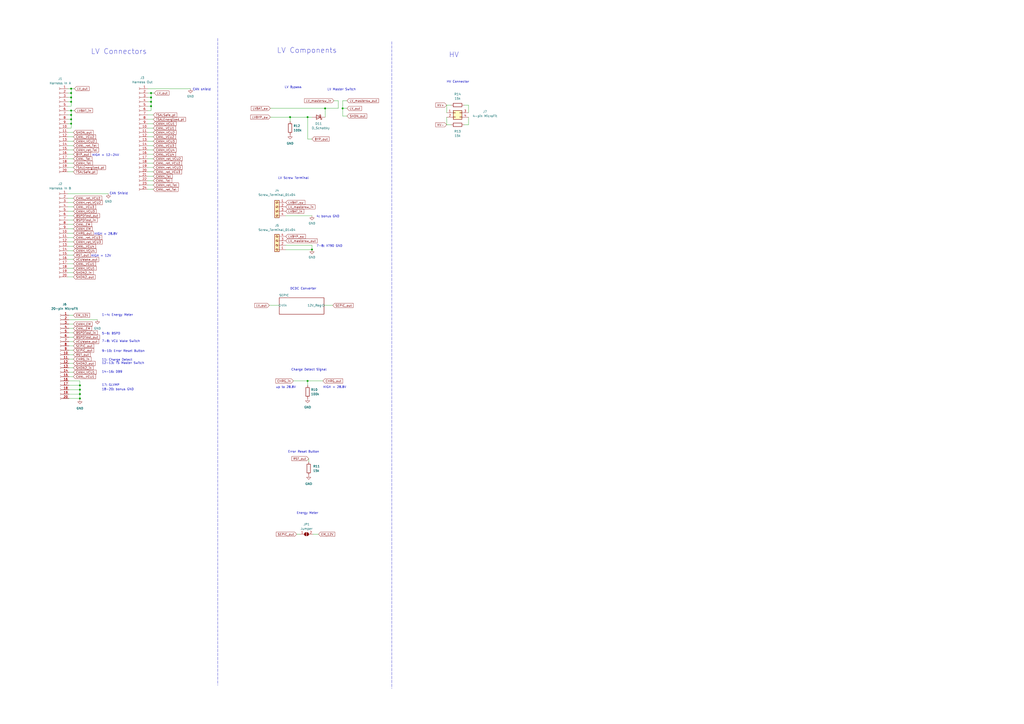
<source format=kicad_sch>
(kicad_sch (version 20211123) (generator eeschema)
  (paper "A2")
  (lib_symbols
    (symbol "Connector:Conn_01x20_Female" (pin_names (offset 1.016) hide)
      (property "Reference" "J" (at 0 25.4 0))
      (property "Value" "Conn_01x20_Female" (at 0 -27.94 0))
      (symbol "Conn_01x20_Female_1_1"
        (arc (start 0 -24.892) (mid -0.508 -25.4) (end 0 -25.908) (stroke (width 0.1524)))
        (arc (start 0 -22.352) (mid -0.508 -22.86) (end 0 -23.368) (stroke (width 0.1524)))
        (arc (start 0 -19.812) (mid -0.508 -20.32) (end 0 -20.828) (stroke (width 0.1524)))
        (arc (start 0 -17.272) (mid -0.508 -17.78) (end 0 -18.288) (stroke (width 0.1524)))
        (arc (start 0 -14.732) (mid -0.508 -15.24) (end 0 -15.748) (stroke (width 0.1524)))
        (arc (start 0 -12.192) (mid -0.508 -12.7) (end 0 -13.208) (stroke (width 0.1524)))
        (arc (start 0 -9.652) (mid -0.508 -10.16) (end 0 -10.668) (stroke (width 0.1524)))
        (arc (start 0 -7.112) (mid -0.508 -7.62) (end 0 -8.128) (stroke (width 0.1524)))
        (arc (start 0 -4.572) (mid -0.508 -5.08) (end 0 -5.588) (stroke (width 0.1524)))
        (arc (start 0 -2.032) (mid -0.508 -2.54) (end 0 -3.048) (stroke (width 0.1524)))
        (polyline (pts (xy -1.27 -25.4) (xy -0.508 -25.4)) (stroke (width 0.1524)))
        (polyline (pts (xy -1.27 -22.86) (xy -0.508 -22.86)) (stroke (width 0.1524)))
        (polyline (pts (xy -1.27 -20.32) (xy -0.508 -20.32)) (stroke (width 0.1524)))
        (polyline (pts (xy -1.27 -17.78) (xy -0.508 -17.78)) (stroke (width 0.1524)))
        (polyline (pts (xy -1.27 -15.24) (xy -0.508 -15.24)) (stroke (width 0.1524)))
        (polyline (pts (xy -1.27 -12.7) (xy -0.508 -12.7)) (stroke (width 0.1524)))
        (polyline (pts (xy -1.27 -10.16) (xy -0.508 -10.16)) (stroke (width 0.1524)))
        (polyline (pts (xy -1.27 -7.62) (xy -0.508 -7.62)) (stroke (width 0.1524)))
        (polyline (pts (xy -1.27 -5.08) (xy -0.508 -5.08)) (stroke (width 0.1524)))
        (polyline (pts (xy -1.27 -2.54) (xy -0.508 -2.54)) (stroke (width 0.1524)))
        (polyline (pts (xy -1.27 0) (xy -0.508 0)) (stroke (width 0.1524)))
        (polyline (pts (xy -1.27 2.54) (xy -0.508 2.54)) (stroke (width 0.1524)))
        (polyline (pts (xy -1.27 5.08) (xy -0.508 5.08)) (stroke (width 0.1524)))
        (polyline (pts (xy -1.27 7.62) (xy -0.508 7.62)) (stroke (width 0.1524)))
        (polyline (pts (xy -1.27 10.16) (xy -0.508 10.16)) (stroke (width 0.1524)))
        (polyline (pts (xy -1.27 12.7) (xy -0.508 12.7)) (stroke (width 0.1524)))
        (polyline (pts (xy -1.27 15.24) (xy -0.508 15.24)) (stroke (width 0.1524)))
        (polyline (pts (xy -1.27 17.78) (xy -0.508 17.78)) (stroke (width 0.1524)))
        (polyline (pts (xy -1.27 20.32) (xy -0.508 20.32)) (stroke (width 0.1524)))
        (polyline (pts (xy -1.27 22.86) (xy -0.508 22.86)) (stroke (width 0.1524)))
        (arc (start 0 0.508) (mid -0.508 0) (end 0 -0.508) (stroke (width 0.1524)))
        (arc (start 0 3.048) (mid -0.508 2.54) (end 0 2.032) (stroke (width 0.1524)))
        (arc (start 0 5.588) (mid -0.508 5.08) (end 0 4.572) (stroke (width 0.1524)))
        (arc (start 0 8.128) (mid -0.508 7.62) (end 0 7.112) (stroke (width 0.1524)))
        (arc (start 0 10.668) (mid -0.508 10.16) (end 0 9.652) (stroke (width 0.1524)))
        (arc (start 0 13.208) (mid -0.508 12.7) (end 0 12.192) (stroke (width 0.1524)))
        (arc (start 0 15.748) (mid -0.508 15.24) (end 0 14.732) (stroke (width 0.1524)))
        (arc (start 0 18.288) (mid -0.508 17.78) (end 0 17.272) (stroke (width 0.1524)))
        (arc (start 0 20.828) (mid -0.508 20.32) (end 0 19.812) (stroke (width 0.1524)))
        (arc (start 0 23.368) (mid -0.508 22.86) (end 0 22.352) (stroke (width 0.1524)))
        (pin passive line (at -5.08 22.86 0) (length 3.81) (name "Pin_1") (number "1"))
        (pin passive line (at -5.08 0 0) (length 3.81) (name "Pin_10") (number "10"))
        (pin passive line (at -5.08 -2.54 0) (length 3.81) (name "Pin_11") (number "11"))
        (pin passive line (at -5.08 -5.08 0) (length 3.81) (name "Pin_12") (number "12"))
        (pin passive line (at -5.08 -7.62 0) (length 3.81) (name "Pin_13") (number "13"))
        (pin passive line (at -5.08 -10.16 0) (length 3.81) (name "Pin_14") (number "14"))
        (pin passive line (at -5.08 -12.7 0) (length 3.81) (name "Pin_15") (number "15"))
        (pin passive line (at -5.08 -15.24 0) (length 3.81) (name "Pin_16") (number "16"))
        (pin passive line (at -5.08 -17.78 0) (length 3.81) (name "Pin_17") (number "17"))
        (pin passive line (at -5.08 -20.32 0) (length 3.81) (name "Pin_18") (number "18"))
        (pin passive line (at -5.08 -22.86 0) (length 3.81) (name "Pin_19") (number "19"))
        (pin passive line (at -5.08 20.32 0) (length 3.81) (name "Pin_2") (number "2"))
        (pin passive line (at -5.08 -25.4 0) (length 3.81) (name "Pin_20") (number "20"))
        (pin passive line (at -5.08 17.78 0) (length 3.81) (name "Pin_3") (number "3"))
        (pin passive line (at -5.08 15.24 0) (length 3.81) (name "Pin_4") (number "4"))
        (pin passive line (at -5.08 12.7 0) (length 3.81) (name "Pin_5") (number "5"))
        (pin passive line (at -5.08 10.16 0) (length 3.81) (name "Pin_6") (number "6"))
        (pin passive line (at -5.08 7.62 0) (length 3.81) (name "Pin_7") (number "7"))
        (pin passive line (at -5.08 5.08 0) (length 3.81) (name "Pin_8") (number "8"))
        (pin passive line (at -5.08 2.54 0) (length 3.81) (name "Pin_9") (number "9"))
      )
    )
    (symbol "Connector:Conn_01x24_Female" (pin_names (offset 1.016) hide)
      (property "Reference" "J" (at 0 30.48 0))
      (property "Value" "Conn_01x24_Female" (at 0 -33.02 0))
      (symbol "Conn_01x24_Female_1_1"
        (arc (start 0 -29.972) (mid -0.508 -30.48) (end 0 -30.988) (stroke (width 0.1524)))
        (arc (start 0 -27.432) (mid -0.508 -27.94) (end 0 -28.448) (stroke (width 0.1524)))
        (arc (start 0 -24.892) (mid -0.508 -25.4) (end 0 -25.908) (stroke (width 0.1524)))
        (arc (start 0 -22.352) (mid -0.508 -22.86) (end 0 -23.368) (stroke (width 0.1524)))
        (arc (start 0 -19.812) (mid -0.508 -20.32) (end 0 -20.828) (stroke (width 0.1524)))
        (arc (start 0 -17.272) (mid -0.508 -17.78) (end 0 -18.288) (stroke (width 0.1524)))
        (arc (start 0 -14.732) (mid -0.508 -15.24) (end 0 -15.748) (stroke (width 0.1524)))
        (arc (start 0 -12.192) (mid -0.508 -12.7) (end 0 -13.208) (stroke (width 0.1524)))
        (arc (start 0 -9.652) (mid -0.508 -10.16) (end 0 -10.668) (stroke (width 0.1524)))
        (arc (start 0 -7.112) (mid -0.508 -7.62) (end 0 -8.128) (stroke (width 0.1524)))
        (arc (start 0 -4.572) (mid -0.508 -5.08) (end 0 -5.588) (stroke (width 0.1524)))
        (arc (start 0 -2.032) (mid -0.508 -2.54) (end 0 -3.048) (stroke (width 0.1524)))
        (polyline (pts (xy -1.27 -30.48) (xy -0.508 -30.48)) (stroke (width 0.1524)))
        (polyline (pts (xy -1.27 -27.94) (xy -0.508 -27.94)) (stroke (width 0.1524)))
        (polyline (pts (xy -1.27 -25.4) (xy -0.508 -25.4)) (stroke (width 0.1524)))
        (polyline (pts (xy -1.27 -22.86) (xy -0.508 -22.86)) (stroke (width 0.1524)))
        (polyline (pts (xy -1.27 -20.32) (xy -0.508 -20.32)) (stroke (width 0.1524)))
        (polyline (pts (xy -1.27 -17.78) (xy -0.508 -17.78)) (stroke (width 0.1524)))
        (polyline (pts (xy -1.27 -15.24) (xy -0.508 -15.24)) (stroke (width 0.1524)))
        (polyline (pts (xy -1.27 -12.7) (xy -0.508 -12.7)) (stroke (width 0.1524)))
        (polyline (pts (xy -1.27 -10.16) (xy -0.508 -10.16)) (stroke (width 0.1524)))
        (polyline (pts (xy -1.27 -7.62) (xy -0.508 -7.62)) (stroke (width 0.1524)))
        (polyline (pts (xy -1.27 -5.08) (xy -0.508 -5.08)) (stroke (width 0.1524)))
        (polyline (pts (xy -1.27 -2.54) (xy -0.508 -2.54)) (stroke (width 0.1524)))
        (polyline (pts (xy -1.27 0) (xy -0.508 0)) (stroke (width 0.1524)))
        (polyline (pts (xy -1.27 2.54) (xy -0.508 2.54)) (stroke (width 0.1524)))
        (polyline (pts (xy -1.27 5.08) (xy -0.508 5.08)) (stroke (width 0.1524)))
        (polyline (pts (xy -1.27 7.62) (xy -0.508 7.62)) (stroke (width 0.1524)))
        (polyline (pts (xy -1.27 10.16) (xy -0.508 10.16)) (stroke (width 0.1524)))
        (polyline (pts (xy -1.27 12.7) (xy -0.508 12.7)) (stroke (width 0.1524)))
        (polyline (pts (xy -1.27 15.24) (xy -0.508 15.24)) (stroke (width 0.1524)))
        (polyline (pts (xy -1.27 17.78) (xy -0.508 17.78)) (stroke (width 0.1524)))
        (polyline (pts (xy -1.27 20.32) (xy -0.508 20.32)) (stroke (width 0.1524)))
        (polyline (pts (xy -1.27 22.86) (xy -0.508 22.86)) (stroke (width 0.1524)))
        (polyline (pts (xy -1.27 25.4) (xy -0.508 25.4)) (stroke (width 0.1524)))
        (polyline (pts (xy -1.27 27.94) (xy -0.508 27.94)) (stroke (width 0.1524)))
        (arc (start 0 0.508) (mid -0.508 0) (end 0 -0.508) (stroke (width 0.1524)))
        (arc (start 0 3.048) (mid -0.508 2.54) (end 0 2.032) (stroke (width 0.1524)))
        (arc (start 0 5.588) (mid -0.508 5.08) (end 0 4.572) (stroke (width 0.1524)))
        (arc (start 0 8.128) (mid -0.508 7.62) (end 0 7.112) (stroke (width 0.1524)))
        (arc (start 0 10.668) (mid -0.508 10.16) (end 0 9.652) (stroke (width 0.1524)))
        (arc (start 0 13.208) (mid -0.508 12.7) (end 0 12.192) (stroke (width 0.1524)))
        (arc (start 0 15.748) (mid -0.508 15.24) (end 0 14.732) (stroke (width 0.1524)))
        (arc (start 0 18.288) (mid -0.508 17.78) (end 0 17.272) (stroke (width 0.1524)))
        (arc (start 0 20.828) (mid -0.508 20.32) (end 0 19.812) (stroke (width 0.1524)))
        (arc (start 0 23.368) (mid -0.508 22.86) (end 0 22.352) (stroke (width 0.1524)))
        (arc (start 0 25.908) (mid -0.508 25.4) (end 0 24.892) (stroke (width 0.1524)))
        (arc (start 0 28.448) (mid -0.508 27.94) (end 0 27.432) (stroke (width 0.1524)))
        (pin passive line (at -5.08 27.94 0) (length 3.81) (name "Pin_1") (number "1"))
        (pin passive line (at -5.08 5.08 0) (length 3.81) (name "Pin_10") (number "10"))
        (pin passive line (at -5.08 2.54 0) (length 3.81) (name "Pin_11") (number "11"))
        (pin passive line (at -5.08 0 0) (length 3.81) (name "Pin_12") (number "12"))
        (pin passive line (at -5.08 -2.54 0) (length 3.81) (name "Pin_13") (number "13"))
        (pin passive line (at -5.08 -5.08 0) (length 3.81) (name "Pin_14") (number "14"))
        (pin passive line (at -5.08 -7.62 0) (length 3.81) (name "Pin_15") (number "15"))
        (pin passive line (at -5.08 -10.16 0) (length 3.81) (name "Pin_16") (number "16"))
        (pin passive line (at -5.08 -12.7 0) (length 3.81) (name "Pin_17") (number "17"))
        (pin passive line (at -5.08 -15.24 0) (length 3.81) (name "Pin_18") (number "18"))
        (pin passive line (at -5.08 -17.78 0) (length 3.81) (name "Pin_19") (number "19"))
        (pin passive line (at -5.08 25.4 0) (length 3.81) (name "Pin_2") (number "2"))
        (pin passive line (at -5.08 -20.32 0) (length 3.81) (name "Pin_20") (number "20"))
        (pin passive line (at -5.08 -22.86 0) (length 3.81) (name "Pin_21") (number "21"))
        (pin passive line (at -5.08 -25.4 0) (length 3.81) (name "Pin_22") (number "22"))
        (pin passive line (at -5.08 -27.94 0) (length 3.81) (name "Pin_23") (number "23"))
        (pin passive line (at -5.08 -30.48 0) (length 3.81) (name "Pin_24") (number "24"))
        (pin passive line (at -5.08 22.86 0) (length 3.81) (name "Pin_3") (number "3"))
        (pin passive line (at -5.08 20.32 0) (length 3.81) (name "Pin_4") (number "4"))
        (pin passive line (at -5.08 17.78 0) (length 3.81) (name "Pin_5") (number "5"))
        (pin passive line (at -5.08 15.24 0) (length 3.81) (name "Pin_6") (number "6"))
        (pin passive line (at -5.08 12.7 0) (length 3.81) (name "Pin_7") (number "7"))
        (pin passive line (at -5.08 10.16 0) (length 3.81) (name "Pin_8") (number "8"))
        (pin passive line (at -5.08 7.62 0) (length 3.81) (name "Pin_9") (number "9"))
      )
    )
    (symbol "Connector:Screw_Terminal_01x04" (pin_names (offset 1.016) hide)
      (property "Reference" "J" (at 0 5.08 0))
      (property "Value" "Screw_Terminal_01x04" (at 0 -7.62 0))
      (symbol "Screw_Terminal_01x04_1_1"
        (rectangle (start -1.27 3.81) (end 1.27 -6.35) (stroke (width 0.254)) (fill (type background)))
        (circle (center 0 -5.08) (radius 0.635) (stroke (width 0.1524)))
        (circle (center 0 -2.54) (radius 0.635) (stroke (width 0.1524)))
        (polyline (pts (xy -0.5334 -4.7498) (xy 0.3302 -5.588)) (stroke (width 0.1524)))
        (polyline (pts (xy -0.5334 -2.2098) (xy 0.3302 -3.048)) (stroke (width 0.1524)))
        (polyline (pts (xy -0.5334 0.3302) (xy 0.3302 -0.508)) (stroke (width 0.1524)))
        (polyline (pts (xy -0.5334 2.8702) (xy 0.3302 2.032)) (stroke (width 0.1524)))
        (polyline (pts (xy -0.3556 -4.572) (xy 0.508 -5.4102)) (stroke (width 0.1524)))
        (polyline (pts (xy -0.3556 -2.032) (xy 0.508 -2.8702)) (stroke (width 0.1524)))
        (polyline (pts (xy -0.3556 0.508) (xy 0.508 -0.3302)) (stroke (width 0.1524)))
        (polyline (pts (xy -0.3556 3.048) (xy 0.508 2.2098)) (stroke (width 0.1524)))
        (circle (center 0 0) (radius 0.635) (stroke (width 0.1524)))
        (circle (center 0 2.54) (radius 0.635) (stroke (width 0.1524)))
        (pin passive line (at -5.08 2.54 0) (length 3.81) (name "Pin_1") (number "1"))
        (pin passive line (at -5.08 0 0) (length 3.81) (name "Pin_2") (number "2"))
        (pin passive line (at -5.08 -2.54 0) (length 3.81) (name "Pin_3") (number "3"))
        (pin passive line (at -5.08 -5.08 0) (length 3.81) (name "Pin_4") (number "4"))
      )
    )
    (symbol "Connector_Generic:Conn_02x02_Top_Bottom" (pin_names (offset 1.016) hide)
      (property "Reference" "J" (at 1.27 2.54 0))
      (property "Value" "Conn_02x02_Top_Bottom" (at 1.27 -5.08 0))
      (symbol "Conn_02x02_Top_Bottom_1_1"
        (rectangle (start -1.27 -2.413) (end 0 -2.667) (stroke (width 0.1524)))
        (rectangle (start -1.27 0.127) (end 0 -0.127) (stroke (width 0.1524)))
        (rectangle (start -1.27 1.27) (end 3.81 -3.81) (stroke (width 0.254)) (fill (type background)))
        (rectangle (start 3.81 -2.413) (end 2.54 -2.667) (stroke (width 0.1524)))
        (rectangle (start 3.81 0.127) (end 2.54 -0.127) (stroke (width 0.1524)))
        (pin passive line (at -5.08 0 0) (length 3.81) (name "Pin_1") (number "1"))
        (pin passive line (at -5.08 -2.54 0) (length 3.81) (name "Pin_2") (number "2"))
        (pin passive line (at 7.62 0 180) (length 3.81) (name "Pin_3") (number "3"))
        (pin passive line (at 7.62 -2.54 180) (length 3.81) (name "Pin_4") (number "4"))
      )
    )
    (symbol "Device:D_Schottky" (pin_numbers hide) (pin_names (offset 1.016) hide)
      (property "Reference" "D" (at 0 2.54 0))
      (property "Value" "D_Schottky" (at 0 -2.54 0))
      (symbol "D_Schottky_0_1"
        (polyline (pts (xy 1.27 0) (xy -1.27 0)))
        (polyline (pts (xy 1.27 1.27) (xy 1.27 -1.27) (xy -1.27 0) (xy 1.27 1.27)) (stroke (width 0.254)))
        (polyline (pts (xy -1.905 0.635) (xy -1.905 1.27) (xy -1.27 1.27) (xy -1.27 -1.27) (xy -0.635 -1.27) (xy -0.635 -0.635)) (stroke (width 0.254)))
      )
      (symbol "D_Schottky_1_1"
        (pin passive line (at -3.81 0 0) (length 2.54) (name "K") (number "1"))
        (pin passive line (at 3.81 0 180) (length 2.54) (name "A") (number "2"))
      )
    )
    (symbol "Device:R" (pin_numbers hide) (pin_names (offset 0))
      (property "Reference" "R" (at 2.032 0 90))
      (property "Value" "R" (at 0 0 90))
      (symbol "R_0_1"
        (rectangle (start -1.016 -2.54) (end 1.016 2.54) (stroke (width 0.254)))
      )
      (symbol "R_1_1"
        (pin passive line (at 0 3.81 270) (length 1.27) (name "~") (number "1"))
        (pin passive line (at 0 -3.81 90) (length 1.27) (name "~") (number "2"))
      )
    )
    (symbol "Jumper:SolderJumper_2_Open" (pin_names (offset 0) hide)
      (property "Reference" "JP" (at 0 2.032 0))
      (property "Value" "SolderJumper_2_Open" (at 0 -2.54 0))
      (symbol "SolderJumper_2_Open_0_1"
        (arc (start -0.254 1.016) (mid -1.27 0) (end -0.254 -1.016))
        (arc (start -0.254 1.016) (mid -1.27 0) (end -0.254 -1.016) (fill (type outline)))
        (polyline (pts (xy -0.254 1.016) (xy -0.254 -1.016)))
        (polyline (pts (xy 0.254 1.016) (xy 0.254 -1.016)))
        (arc (start 0.254 -1.016) (mid 1.27 0) (end 0.254 1.016))
        (arc (start 0.254 -1.016) (mid 1.27 0) (end 0.254 1.016) (fill (type outline)))
      )
      (symbol "SolderJumper_2_Open_1_1"
        (pin passive line (at -3.81 0 0) (length 2.54) (name "A") (number "1"))
        (pin passive line (at 3.81 0 180) (length 2.54) (name "B") (number "2"))
      )
    )
    (symbol "power:GND" (power) (pin_names (offset 0))
      (property "Value" "GND" (at 0 -3.81 0))
      (symbol "GND_0_1"
        (polyline (pts (xy 0 0) (xy 0 -1.27) (xy 1.27 -1.27) (xy 0 -2.54) (xy -1.27 -1.27) (xy 0 -1.27)))
      )
      (symbol "GND_1_1"
        (pin power_in line (at 0 0 270) (length 0) hide (name "GND") (number "1"))
      )
    )
  )
  (junction (at 188.595 62.865))
  (junction (at 41.275 66.675))
  (junction (at 46.355 231.14))
  (junction (at 87.63 56.515))
  (junction (at 41.275 51.435))
  (junction (at 168.275 67.945))
  (junction (at 198.755 62.865))
  (junction (at 180.975 144.78))
  (junction (at 46.355 226.06))
  (junction (at 178.435 67.945))
  (junction (at 178.435 220.98))
  (junction (at 46.355 223.52))
  (junction (at 41.275 71.755))
  (junction (at 41.275 59.055))
  (junction (at 87.63 53.975))
  (junction (at 41.275 56.515))
  (junction (at 87.63 59.055))
  (junction (at 41.275 69.215))
  (junction (at 46.355 228.6))
  (junction (at 87.63 61.595))
  (junction (at 41.275 53.975))
  (junction (at 41.275 64.135))
  (wire (pts (xy 42.545 210.82) (xy 40.005 210.82)))
  (polyline (pts (xy 227.33 24.13) (xy 227.33 399.415)))
  (wire (pts (xy 110.49 51.435) (xy 85.725 51.435)))
  (wire (pts (xy 88.9 102.235) (xy 85.725 102.235)))
  (wire (pts (xy 88.9 94.615) (xy 85.725 94.615)))
  (wire (pts (xy 168.275 70.485) (xy 168.275 67.945)))
  (wire (pts (xy 42.545 120.015) (xy 39.37 120.015)))
  (wire (pts (xy 188.595 62.865) (xy 188.595 67.945)))
  (wire (pts (xy 39.37 64.135) (xy 41.275 64.135)))
  (wire (pts (xy 42.545 79.375) (xy 39.37 79.375)))
  (wire (pts (xy 88.9 86.995) (xy 85.725 86.995)))
  (wire (pts (xy 180.975 125.095) (xy 165.735 125.095)))
  (wire (pts (xy 88.9 81.915) (xy 85.725 81.915)))
  (wire (pts (xy 88.9 92.075) (xy 85.725 92.075)))
  (wire (pts (xy 187.96 177.165) (xy 193.04 177.165)))
  (wire (pts (xy 42.545 117.475) (xy 39.37 117.475)))
  (wire (pts (xy 156.845 62.865) (xy 188.595 62.865)))
  (wire (pts (xy 42.545 200.66) (xy 40.005 200.66)))
  (wire (pts (xy 87.63 64.135) (xy 85.725 64.135)))
  (wire (pts (xy 39.37 59.055) (xy 41.275 59.055)))
  (wire (pts (xy 269.24 72.39) (xy 271.78 72.39)))
  (wire (pts (xy 42.545 130.175) (xy 39.37 130.175)))
  (wire (pts (xy 39.37 51.435) (xy 41.275 51.435)))
  (wire (pts (xy 41.275 61.595) (xy 39.37 61.595)))
  (wire (pts (xy 42.545 218.44) (xy 40.005 218.44)))
  (wire (pts (xy 42.545 205.74) (xy 40.005 205.74)))
  (wire (pts (xy 41.275 74.295) (xy 39.37 74.295)))
  (wire (pts (xy 42.545 215.9) (xy 40.005 215.9)))
  (wire (pts (xy 88.9 71.755) (xy 85.725 71.755)))
  (wire (pts (xy 88.9 76.835) (xy 85.725 76.835)))
  (wire (pts (xy 261.62 60.96) (xy 259.08 60.96)))
  (wire (pts (xy 39.37 66.675) (xy 41.275 66.675)))
  (wire (pts (xy 269.24 60.96) (xy 271.78 60.96)))
  (wire (pts (xy 42.545 81.915) (xy 39.37 81.915)))
  (wire (pts (xy 188.595 62.865) (xy 196.215 62.865)))
  (wire (pts (xy 179.07 267.97) (xy 179.07 266.065)))
  (wire (pts (xy 87.63 61.595) (xy 87.63 64.135)))
  (wire (pts (xy 42.545 195.58) (xy 40.005 195.58)))
  (wire (pts (xy 42.545 122.555) (xy 39.37 122.555)))
  (wire (pts (xy 88.9 74.295) (xy 85.725 74.295)))
  (wire (pts (xy 41.275 59.055) (xy 41.275 61.595)))
  (wire (pts (xy 39.37 125.095) (xy 42.545 125.095)))
  (wire (pts (xy 88.9 79.375) (xy 85.725 79.375)))
  (wire (pts (xy 87.63 53.975) (xy 87.63 56.515)))
  (wire (pts (xy 42.545 84.455) (xy 39.37 84.455)))
  (wire (pts (xy 39.37 158.115) (xy 42.545 158.115)))
  (wire (pts (xy 178.435 220.98) (xy 187.325 220.98)))
  (wire (pts (xy 42.545 147.955) (xy 39.37 147.955)))
  (wire (pts (xy 39.37 76.835) (xy 42.545 76.835)))
  (wire (pts (xy 198.755 58.42) (xy 198.755 62.865)))
  (wire (pts (xy 46.355 223.52) (xy 40.005 223.52)))
  (wire (pts (xy 42.545 86.995) (xy 39.37 86.995)))
  (wire (pts (xy 178.435 67.945) (xy 178.435 80.645)))
  (wire (pts (xy 39.37 112.395) (xy 62.865 112.395)))
  (wire (pts (xy 168.275 67.945) (xy 156.845 67.945)))
  (wire (pts (xy 88.9 69.215) (xy 85.725 69.215)))
  (wire (pts (xy 168.275 67.945) (xy 178.435 67.945)))
  (wire (pts (xy 85.725 53.975) (xy 87.63 53.975)))
  (wire (pts (xy 88.9 84.455) (xy 85.725 84.455)))
  (wire (pts (xy 41.275 64.135) (xy 41.275 66.675)))
  (wire (pts (xy 198.755 67.31) (xy 198.755 62.865)))
  (wire (pts (xy 42.545 114.935) (xy 39.37 114.935)))
  (wire (pts (xy 42.545 99.695) (xy 39.37 99.695)))
  (wire (pts (xy 88.9 109.855) (xy 85.725 109.855)))
  (wire (pts (xy 42.545 137.795) (xy 39.37 137.795)))
  (polyline (pts (xy 126.365 22.225) (xy 126.365 397.51)))
  (wire (pts (xy 41.275 66.675) (xy 41.275 69.215)))
  (wire (pts (xy 85.725 56.515) (xy 87.63 56.515)))
  (wire (pts (xy 180.975 142.24) (xy 180.975 144.78)))
  (wire (pts (xy 42.545 97.155) (xy 39.37 97.155)))
  (wire (pts (xy 259.08 72.39) (xy 261.62 72.39)))
  (wire (pts (xy 46.355 226.06) (xy 46.355 228.6)))
  (wire (pts (xy 88.9 66.675) (xy 85.725 66.675)))
  (wire (pts (xy 85.725 61.595) (xy 87.63 61.595)))
  (wire (pts (xy 46.355 228.6) (xy 46.355 231.14)))
  (wire (pts (xy 87.63 59.055) (xy 87.63 61.595)))
  (wire (pts (xy 39.37 89.535) (xy 42.545 89.535)))
  (wire (pts (xy 41.275 56.515) (xy 41.275 59.055)))
  (wire (pts (xy 170.18 220.98) (xy 178.435 220.98)))
  (wire (pts (xy 165.735 144.78) (xy 180.975 144.78)))
  (wire (pts (xy 46.355 220.98) (xy 40.005 220.98)))
  (wire (pts (xy 41.275 71.755) (xy 41.275 74.295)))
  (wire (pts (xy 85.725 59.055) (xy 87.63 59.055)))
  (wire (pts (xy 39.37 135.255) (xy 42.545 135.255)))
  (wire (pts (xy 46.355 231.14) (xy 46.355 231.775)))
  (wire (pts (xy 39.37 127.635) (xy 42.545 127.635)))
  (wire (pts (xy 42.545 142.875) (xy 39.37 142.875)))
  (wire (pts (xy 259.08 67.945) (xy 259.08 72.39)))
  (wire (pts (xy 42.545 132.715) (xy 39.37 132.715)))
  (wire (pts (xy 42.545 160.655) (xy 39.37 160.655)))
  (wire (pts (xy 196.215 58.42) (xy 196.215 62.865)))
  (wire (pts (xy 201.295 67.31) (xy 198.755 67.31)))
  (wire (pts (xy 259.08 60.96) (xy 259.08 65.405)))
  (wire (pts (xy 172.085 309.88) (xy 173.99 309.88)))
  (wire (pts (xy 41.275 69.215) (xy 41.275 71.755)))
  (wire (pts (xy 41.275 53.975) (xy 41.275 56.515)))
  (wire (pts (xy 88.9 107.315) (xy 85.725 107.315)))
  (wire (pts (xy 42.545 193.04) (xy 40.005 193.04)))
  (wire (pts (xy 178.435 223.52) (xy 178.435 220.98)))
  (wire (pts (xy 39.37 53.975) (xy 41.275 53.975)))
  (wire (pts (xy 181.61 309.88) (xy 184.785 309.88)))
  (wire (pts (xy 43.18 64.135) (xy 41.275 64.135)))
  (wire (pts (xy 40.005 185.42) (xy 56.515 185.42)))
  (wire (pts (xy 40.005 231.14) (xy 46.355 231.14)))
  (wire (pts (xy 42.545 198.12) (xy 40.005 198.12)))
  (wire (pts (xy 42.545 155.575) (xy 39.37 155.575)))
  (wire (pts (xy 42.545 208.28) (xy 40.005 208.28)))
  (wire (pts (xy 42.545 203.2) (xy 40.005 203.2)))
  (wire (pts (xy 42.545 190.5) (xy 40.005 190.5)))
  (wire (pts (xy 42.545 150.495) (xy 39.37 150.495)))
  (wire (pts (xy 40.005 187.96) (xy 42.545 187.96)))
  (wire (pts (xy 42.545 94.615) (xy 39.37 94.615)))
  (wire (pts (xy 39.37 71.755) (xy 41.275 71.755)))
  (wire (pts (xy 41.275 51.435) (xy 43.18 51.435)))
  (wire (pts (xy 178.435 80.645) (xy 180.975 80.645)))
  (wire (pts (xy 87.63 56.515) (xy 87.63 59.055)))
  (wire (pts (xy 42.545 182.88) (xy 40.005 182.88)))
  (wire (pts (xy 42.545 92.075) (xy 39.37 92.075)))
  (wire (pts (xy 165.735 142.24) (xy 180.975 142.24)))
  (wire (pts (xy 42.545 213.36) (xy 40.005 213.36)))
  (wire (pts (xy 180.975 67.945) (xy 178.435 67.945)))
  (wire (pts (xy 88.9 99.695) (xy 85.725 99.695)))
  (wire (pts (xy 42.545 145.415) (xy 39.37 145.415)))
  (wire (pts (xy 39.37 69.215) (xy 41.275 69.215)))
  (wire (pts (xy 88.9 97.155) (xy 85.725 97.155)))
  (wire (pts (xy 88.9 89.535) (xy 85.725 89.535)))
  (wire (pts (xy 42.545 140.335) (xy 39.37 140.335)))
  (wire (pts (xy 271.78 60.96) (xy 271.78 65.405)))
  (wire (pts (xy 46.355 223.52) (xy 46.355 226.06)))
  (wire (pts (xy 201.295 58.42) (xy 198.755 58.42)))
  (wire (pts (xy 87.63 53.975) (xy 89.535 53.975)))
  (wire (pts (xy 39.37 56.515) (xy 41.275 56.515)))
  (wire (pts (xy 46.355 220.98) (xy 46.355 223.52)))
  (wire (pts (xy 40.005 228.6) (xy 46.355 228.6)))
  (wire (pts (xy 271.78 67.945) (xy 271.78 72.39)))
  (wire (pts (xy 156.21 177.165) (xy 161.925 177.165)))
  (wire (pts (xy 42.545 153.035) (xy 39.37 153.035)))
  (wire (pts (xy 198.755 62.865) (xy 201.295 62.865)))
  (wire (pts (xy 196.215 58.42) (xy 193.675 58.42)))
  (wire (pts (xy 41.275 51.435) (xy 41.275 53.975)))
  (wire (pts (xy 88.9 104.775) (xy 85.725 104.775)))
  (wire (pts (xy 46.355 226.06) (xy 40.005 226.06)))
  (text "DCDC Converter" (at 168.275 168.275 0) (effects (font (size 1.27 1.27)) (justify left bottom)))
  (text "1-4: Energy Meter" (at 59.055 183.515 0) (effects (font (size 1.27 1.27)) (justify left bottom)))
  (text "HIGH = 12V" (at 52.705 149.225 0) (effects (font (size 1.27 1.27)) (justify left bottom)))
  (text "7-8: VCU Wake Switch" (at 59.055 198.755 0) (effects (font (size 1.27 1.27)) (justify left bottom)))
  (text "LV Bypass" (at 165.1 51.435 0) (effects (font (size 1.27 1.27)) (justify left bottom)))
  (text "4: bonus GND" (at 183.515 126.365 0) (effects (font (size 1.27 1.27)) (justify left bottom)))
  (text "18-20: bonus GND" (at 59.055 226.695 0) (effects (font (size 1.27 1.27)) (justify left bottom)))
  (text "17: GLVMP" (at 59.055 224.155 0) (effects (font (size 1.27 1.27)) (justify left bottom)))
  (text "HIGH = 28.8V" (at 187.325 225.425 0) (effects (font (size 1.27 1.27)) (justify left bottom)))
  (text "HV Connector" (at 259.08 48.26 0) (effects (font (size 1.27 1.27)) (justify left bottom)))
  (text "CAN shield" (at 111.76 52.705 0) (effects (font (size 1.27 1.27)) (justify left bottom)))
  (text "HIGH = 28.8V" (at 54.61 136.525 0) (effects (font (size 1.27 1.27)) (justify left bottom)))
  (text "14-16: DB9" (at 59.055 216.535 0) (effects (font (size 1.27 1.27)) (justify left bottom)))
  (text "up to 28.8V" (at 160.02 225.425 0) (effects (font (size 1.27 1.27)) (justify left bottom)))
  (text "7-8: XT90 GND" (at 183.515 143.51 0) (effects (font (size 1.27 1.27)) (justify left bottom)))
  (text "LV Connectors" (at 52.705 31.75 0) (effects (font (size 3 3)) (justify left bottom)))
  (text "5-6: BSPD" (at 59.055 194.31 0) (effects (font (size 1.27 1.27)) (justify left bottom)))
  (text "LV Components" (at 160.655 31.115 0) (effects (font (size 3 3)) (justify left bottom)))
  (text "Error Reset Button" (at 167.005 262.89 0) (effects (font (size 1.27 1.27)) (justify left bottom)))
  (text "HIGH = 12-24V" (at 53.34 90.805 0) (effects (font (size 1.27 1.27)) (justify left bottom)))
  (text "HV" (at 260.35 33.655 0) (effects (font (size 3 3)) (justify left bottom)))
  (text "CAN Shield" (at 63.5 113.03 0) (effects (font (size 1.27 1.27)) (justify left bottom)))
  (text "9-10: Error Reset Button" (at 59.055 204.47 0) (effects (font (size 1.27 1.27)) (justify left bottom)))
  (text "LV Screw Terminal" (at 161.29 104.14 0) (effects (font (size 1.27 1.27)) (justify left bottom)))
  (text "Charge Detect Signal" (at 168.91 215.265 0) (effects (font (size 1.27 1.27)) (justify left bottom)))
  (text "Energy Meter\n" (at 172.085 298.45 0) (effects (font (size 1.27 1.27)) (justify left bottom)))
  (text "12-13: TS Master Switch" (at 59.055 211.455 0) (effects (font (size 1.27 1.27)) (justify left bottom)))
  (text "LV Master Switch" (at 189.865 52.705 0) (effects (font (size 1.27 1.27)) (justify left bottom)))
  (text "11: Charge Detect" (at 59.055 209.55 0) (effects (font (size 1.27 1.27)) (justify left bottom)))
  (global_label "CANH_ret_Tel" (shape input) (at 42.545 86.995 0) (property "Intersheet References" "${INTERSHEET_REFS}" (effects hide)))
  (global_label "CANL_VCU1" (shape input) (at 88.9 74.295 0) (property "Intersheet References" "${INTERSHEET_REFS}" (effects hide)))
  (global_label "CANL_ret_VCU3" (shape input) (at 88.9 99.695 0) (property "Intersheet References" "${INTERSHEET_REFS}" (effects hide)))
  (global_label "VCUWake_out" (shape input) (at 42.545 150.495 0) (property "Intersheet References" "${INTERSHEET_REFS}" (effects hide)))
  (global_label "CANL_EM" (shape input) (at 42.545 190.5 0) (property "Intersheet References" "${INTERSHEET_REFS}" (effects hide)))
  (global_label "CANL_VCU2" (shape input) (at 88.9 79.375 0) (property "Intersheet References" "${INTERSHEET_REFS}" (effects hide)))
  (global_label "CANL_ret_VCU3" (shape input) (at 42.545 137.795 0) (property "Intersheet References" "${INTERSHEET_REFS}" (effects hide)))
  (global_label "CANH_ret_VCU3" (shape input) (at 42.545 140.335 0) (property "Intersheet References" "${INTERSHEET_REFS}" (effects hide)))
  (global_label "HV-" (shape input) (at 259.08 72.39 180) (property "Intersheet References" "${INTERSHEET_REFS}" (effects hide)))
  (global_label "TSALSafe_pt" (shape input) (at 42.545 99.695 0) (property "Intersheet References" "${INTERSHEET_REFS}" (effects hide)))
  (global_label "CANL_VCU2" (shape input) (at 42.545 79.375 0) (property "Intersheet References" "${INTERSHEET_REFS}" (effects hide)))
  (global_label "CANL_VCU3" (shape input) (at 88.9 84.455 0) (property "Intersheet References" "${INTERSHEET_REFS}" (effects hide)))
  (global_label "CANH_ret_VCU3" (shape input) (at 88.9 97.155 0) (property "Intersheet References" "${INTERSHEET_REFS}" (effects hide)))
  (global_label "CANH_VCU3" (shape input) (at 88.9 81.915 0) (property "Intersheet References" "${INTERSHEET_REFS}" (effects hide)))
  (global_label "CHRG_in" (shape input) (at 42.545 208.28 0) (property "Intersheet References" "${INTERSHEET_REFS}" (effects hide)))
  (global_label "LV_out" (shape input) (at 156.21 177.165 180) (property "Intersheet References" "${INTERSHEET_REFS}" (effects hide)))
  (global_label "SHDN_out" (shape input) (at 42.545 76.835 0) (property "Intersheet References" "${INTERSHEET_REFS}" (effects hide)))
  (global_label "CANH_Tel" (shape input) (at 88.9 102.235 0) (property "Intersheet References" "${INTERSHEET_REFS}" (effects hide)))
  (global_label "CANL_Tel" (shape input) (at 42.545 92.075 0) (property "Intersheet References" "${INTERSHEET_REFS}" (effects hide)))
  (global_label "SHDN2_in" (shape input) (at 42.545 213.36 0) (property "Intersheet References" "${INTERSHEET_REFS}" (effects hide)))
  (global_label "TSALEnergized_pt" (shape input) (at 42.545 97.155 0) (property "Intersheet References" "${INTERSHEET_REFS}" (effects hide)))
  (global_label "LVBYP_sw" (shape input) (at 156.845 67.945 180) (property "Intersheet References" "${INTERSHEET_REFS}" (effects hide)))
  (global_label "LVBAT_sw" (shape input) (at 156.845 62.865 180) (property "Intersheet References" "${INTERSHEET_REFS}" (effects hide)))
  (global_label "CANL_Tel" (shape input) (at 88.9 104.775 0) (property "Intersheet References" "${INTERSHEET_REFS}" (effects hide)))
  (global_label "CANL_ret_Tel" (shape input) (at 42.545 84.455 0) (property "Intersheet References" "${INTERSHEET_REFS}" (effects hide)))
  (global_label "LVBYP_sw" (shape input) (at 165.735 137.16 0) (property "Intersheet References" "${INTERSHEET_REFS}" (effects hide)))
  (global_label "HV+" (shape input) (at 259.08 60.96 180) (property "Intersheet References" "${INTERSHEET_REFS}" (effects hide)))
  (global_label "LVBAT_in" (shape input) (at 43.18 64.135 0) (property "Intersheet References" "${INTERSHEET_REFS}" (effects hide)))
  (global_label "CANH_Tel" (shape input) (at 42.545 94.615 0) (property "Intersheet References" "${INTERSHEET_REFS}" (effects hide)))
  (global_label "BSPDTest_out" (shape input) (at 42.545 125.095 0) (property "Intersheet References" "${INTERSHEET_REFS}" (effects hide)))
  (global_label "CANL_ret_VCU2" (shape input) (at 88.9 94.615 0) (property "Intersheet References" "${INTERSHEET_REFS}" (effects hide)))
  (global_label "LV_out" (shape input) (at 89.535 53.975 0) (property "Intersheet References" "${INTERSHEET_REFS}" (effects hide)))
  (global_label "CANL_VCU3" (shape input) (at 42.545 120.015 0) (property "Intersheet References" "${INTERSHEET_REFS}" (effects hide)))
  (global_label "CANH_VCU1" (shape input) (at 42.545 215.9 0) (property "Intersheet References" "${INTERSHEET_REFS}" (effects hide)))
  (global_label "BSPDTest_in" (shape input) (at 42.545 127.635 0) (property "Intersheet References" "${INTERSHEET_REFS}" (effects hide)))
  (global_label "CANL_ret_Tel" (shape input) (at 88.9 109.855 0) (property "Intersheet References" "${INTERSHEET_REFS}" (effects hide)))
  (global_label "CANH_EM" (shape input) (at 42.545 187.96 0) (property "Intersheet References" "${INTERSHEET_REFS}" (effects hide)))
  (global_label "CANH_VCU1" (shape input) (at 88.9 71.755 0) (property "Intersheet References" "${INTERSHEET_REFS}" (effects hide)))
  (global_label "CANL_VCU1" (shape input) (at 42.545 153.035 0) (property "Intersheet References" "${INTERSHEET_REFS}" (effects hide)))
  (global_label "CANH_VCU3" (shape input) (at 42.545 122.555 0) (property "Intersheet References" "${INTERSHEET_REFS}" (effects hide)))
  (global_label "LVBAT_sw" (shape input) (at 165.735 117.475 0) (property "Intersheet References" "${INTERSHEET_REFS}" (effects hide)))
  (global_label "CANH_EM" (shape input) (at 42.545 132.715 0) (property "Intersheet References" "${INTERSHEET_REFS}" (effects hide)))
  (global_label "CANL_VCU4" (shape input) (at 88.9 89.535 0) (property "Intersheet References" "${INTERSHEET_REFS}" (effects hide)))
  (global_label "SEPIC_out" (shape input) (at 172.085 309.88 180) (property "Intersheet References" "${INTERSHEET_REFS}" (effects hide)))
  (global_label "CANH_ret_Tel" (shape input) (at 88.9 107.315 0) (property "Intersheet References" "${INTERSHEET_REFS}" (effects hide)))
  (global_label "CHRG_out" (shape input) (at 42.545 135.255 0) (property "Intersheet References" "${INTERSHEET_REFS}" (effects hide)))
  (global_label "CANH_VCU1" (shape input) (at 42.545 155.575 0) (property "Intersheet References" "${INTERSHEET_REFS}" (effects hide)))
  (global_label "CANH_ret_VCU2" (shape input) (at 88.9 92.075 0) (property "Intersheet References" "${INTERSHEET_REFS}" (effects hide)))
  (global_label "SHDN2_in" (shape input) (at 42.545 158.115 0) (property "Intersheet References" "${INTERSHEET_REFS}" (effects hide)))
  (global_label "RST_out" (shape input) (at 42.545 205.74 0) (property "Intersheet References" "${INTERSHEET_REFS}" (effects hide)))
  (global_label "CANH_VCU4" (shape input) (at 42.545 145.415 0) (property "Intersheet References" "${INTERSHEET_REFS}" (effects hide)))
  (global_label "LV_mastersw_in" (shape input) (at 193.675 58.42 180) (property "Intersheet References" "${INTERSHEET_REFS}" (effects hide)))
  (global_label "BYP_out" (shape input) (at 42.545 89.535 0) (property "Intersheet References" "${INTERSHEET_REFS}" (effects hide)))
  (global_label "BYP_out" (shape input) (at 180.975 80.645 0) (property "Intersheet References" "${INTERSHEET_REFS}" (effects hide)))
  (global_label "SHDN2_out" (shape input) (at 42.545 210.82 0) (property "Intersheet References" "${INTERSHEET_REFS}" (effects hide)))
  (global_label "SEPIC_out" (shape input) (at 42.545 200.66 0) (property "Intersheet References" "${INTERSHEET_REFS}" (effects hide)))
  (global_label "CHRG_in" (shape input) (at 170.18 220.98 180) (property "Intersheet References" "${INTERSHEET_REFS}" (effects hide)))
  (global_label "SHDN_out" (shape input) (at 201.295 67.31 0) (property "Intersheet References" "${INTERSHEET_REFS}" (effects hide)))
  (global_label "RST_out" (shape input) (at 179.07 266.065 180) (property "Intersheet References" "${INTERSHEET_REFS}" (effects hide)))
  (global_label "LVBAT_in" (shape input) (at 165.735 122.555 0) (property "Intersheet References" "${INTERSHEET_REFS}" (effects hide)))
  (global_label "TSALSafe_pt" (shape input) (at 88.9 66.675 0) (property "Intersheet References" "${INTERSHEET_REFS}" (effects hide)))
  (global_label "EM_12V" (shape input) (at 42.545 182.88 0) (property "Intersheet References" "${INTERSHEET_REFS}" (effects hide)))
  (global_label "BSPDTest_out" (shape input) (at 42.545 195.58 0) (property "Intersheet References" "${INTERSHEET_REFS}" (effects hide)))
  (global_label "SHDN2_out" (shape input) (at 42.545 160.655 0) (property "Intersheet References" "${INTERSHEET_REFS}" (effects hide)))
  (global_label "CANL_VCU1" (shape input) (at 42.545 218.44 0) (property "Intersheet References" "${INTERSHEET_REFS}" (effects hide)))
  (global_label "SEPIC_out" (shape input) (at 193.04 177.165 0) (property "Intersheet References" "${INTERSHEET_REFS}" (effects hide)))
  (global_label "LV_out" (shape input) (at 201.295 62.865 0) (property "Intersheet References" "${INTERSHEET_REFS}" (effects hide)))
  (global_label "EM_12V" (shape input) (at 184.785 309.88 0) (property "Intersheet References" "${INTERSHEET_REFS}" (effects hide)))
  (global_label "CANH_VCU2" (shape input) (at 88.9 76.835 0) (property "Intersheet References" "${INTERSHEET_REFS}" (effects hide)))
  (global_label "LV_out" (shape input) (at 43.18 51.435 0) (property "Intersheet References" "${INTERSHEET_REFS}" (effects hide)))
  (global_label "CANH_VCU2" (shape input) (at 42.545 81.915 0) (property "Intersheet References" "${INTERSHEET_REFS}" (effects hide)))
  (global_label "BSPDTest_in" (shape input) (at 42.545 193.04 0) (property "Intersheet References" "${INTERSHEET_REFS}" (effects hide)))
  (global_label "CANL_ret_VCU2" (shape input) (at 42.545 114.935 0) (property "Intersheet References" "${INTERSHEET_REFS}" (effects hide)))
  (global_label "CANH_VCU4" (shape input) (at 88.9 86.995 0) (property "Intersheet References" "${INTERSHEET_REFS}" (effects hide)))
  (global_label "CANL_EM" (shape input) (at 42.545 130.175 0) (property "Intersheet References" "${INTERSHEET_REFS}" (effects hide)))
  (global_label "CANL_VCU4" (shape input) (at 42.545 142.875 0) (property "Intersheet References" "${INTERSHEET_REFS}" (effects hide)))
  (global_label "TSALEnergized_pt" (shape input) (at 88.9 69.215 0) (property "Intersheet References" "${INTERSHEET_REFS}" (effects hide)))
  (global_label "CANH_ret_VCU2" (shape input) (at 42.545 117.475 0) (property "Intersheet References" "${INTERSHEET_REFS}" (effects hide)))
  (global_label "LV_mastersw_in" (shape input) (at 165.735 120.015 0) (property "Intersheet References" "${INTERSHEET_REFS}" (effects hide)))
  (global_label "CHRG_out" (shape input) (at 187.325 220.98 0) (property "Intersheet References" "${INTERSHEET_REFS}" (effects hide)))
  (global_label "SEPIC_out" (shape input) (at 42.545 203.2 0) (property "Intersheet References" "${INTERSHEET_REFS}" (effects hide)))
  (global_label "VCUWake_out" (shape input) (at 42.545 198.12 0) (property "Intersheet References" "${INTERSHEET_REFS}" (effects hide)))
  (global_label "LV_mastersw_out" (shape input) (at 165.735 139.7 0) (property "Intersheet References" "${INTERSHEET_REFS}" (effects hide)))
  (global_label "RST_out" (shape input) (at 42.545 147.955 0) (property "Intersheet References" "${INTERSHEET_REFS}" (effects hide)))
  (global_label "LV_mastersw_out" (shape input) (at 201.295 58.42 0) (property "Intersheet References" "${INTERSHEET_REFS}" (effects hide)))
  (symbol (lib_id "Connector:Conn_01x20_Female") (at 34.925 205.74 0) (mirror y) (unit 1)
    (property "Reference" "J6" (at 37.465 176.53 0))
    (property "Value" "20-pin MicroFit" (at 37.465 179.07 0))
    (property "Footprint" "Connector_Molex:Molex_Micro-Fit_3.0_43045-2012_2x10_P3.00mm_Vertical" (effects hide))
  )
  (symbol (lib_id "Connector:Screw_Terminal_01x04") (at 160.655 142.24 180) (unit 1)
    (property "Reference" "J5" (at 160.655 130.81 0))
    (property "Value" "Screw_Terminal_01x04" (at 160.655 133.35 0))
    (property "Footprint" "TerminalBlock_Phoenix:TerminalBlock_Phoenix_MKDS-3-4-5.08_1x04_P5.08mm_Horizontal" (effects hide))
  )
  (symbol (lib_id "Connector:Conn_01x24_Female") (at 80.645 79.375 0) (mirror y) (unit 1)
    (property "Reference" "J3" (at 82.55 45.085 0))
    (property "Value" "Harness Out" (at 82.55 47.625 0))
    (property "Footprint" "Connector_Molex:Molex_Micro-Fit_3.0_43045-2412_2x12_P3.00mm_Vertical" (effects hide))
  )
  (symbol (lib_id "Jumper:SolderJumper_2_Open") (at 177.8 309.88 0) (unit 1)
    (property "Reference" "JP1" (at 177.8 304.165 0))
    (property "Value" "Jumper" (at 177.8 306.705 0))
    (property "Footprint" "Jumper:SolderJumper-2_P1.3mm_Open_RoundedPad1.0x1.5mm" (effects hide))
  )
  (symbol (lib_id "Connector:Screw_Terminal_01x04") (at 160.655 120.015 0) (mirror y) (unit 1)
    (property "Reference" "J4" (at 160.655 110.49 0))
    (property "Value" "Screw_Terminal_01x04" (at 160.655 113.03 0))
    (property "Footprint" "TerminalBlock_Phoenix:TerminalBlock_Phoenix_MKDS-3-4-5.08_1x04_P5.08mm_Horizontal" (effects hide))
  )
  (symbol (lib_id "power:GND") (at 180.975 125.095 0) (unit 1)
    (property "Reference" "#PWR01" (effects hide))
    (property "Value" "GND" (at 180.975 129.54 0))
  )
  (symbol (lib_id "power:GND") (at 168.275 78.105 0) (unit 1)
    (property "Reference" "#PWR021" (effects hide))
    (property "Value" "GND" (at 168.275 83.185 0))
  )
  (symbol (lib_id "Connector_Generic:Conn_02x02_Top_Bottom") (at 264.16 65.405 0) (unit 1)
    (property "Reference" "J7" (at 281.305 64.77 0))
    (property "Value" "4-pin MicroFit" (at 281.305 67.31 0))
    (property "Footprint" "Connector_Molex:Molex_Micro-Fit_3.0_43045-0412_2x02_P3.00mm_Vertical" (effects hide))
  )
  (symbol (lib_id "power:GND") (at 56.515 185.42 0) (unit 1)
    (property "Reference" "#PWR017" (effects hide))
    (property "Value" "GND" (at 56.515 190.5 0))
  )
  (symbol (lib_id "Device:R") (at 178.435 227.33 0) (unit 1)
    (property "Reference" "R10" (at 180.34 226.0599 0) (effects (justify left)))
    (property "Value" "100k" (at 180.34 228.5999 0) (effects (justify left)))
    (property "Footprint" "Resistor_SMD:R_0603_1608Metric_Pad0.98x0.95mm_HandSolder" (effects hide))
  )
  (symbol (lib_id "Device:R") (at 265.43 72.39 270) (unit 1)
    (property "Reference" "R13" (at 265.43 76.2 90))
    (property "Value" "15k" (at 265.43 78.74 90))
    (property "Footprint" "Global Libraries:355015KFT" (effects hide))
  )
  (symbol (lib_id "power:GND") (at 180.975 144.78 0) (unit 1)
    (property "Reference" "#PWR0109" (effects hide))
    (property "Value" "GND" (at 180.975 149.225 0))
  )
  (symbol (lib_id "Connector:Conn_01x20_Female") (at 34.29 135.255 0) (mirror y) (unit 1)
    (property "Reference" "J2" (at 34.925 106.68 0))
    (property "Value" "Harness In B" (at 34.925 109.22 0))
    (property "Footprint" "Connector_Molex:Molex_Micro-Fit_3.0_43045-2012_2x10_P3.00mm_Vertical" (effects hide))
  )
  (symbol (lib_id "power:GND") (at 178.435 231.14 0) (unit 1)
    (property "Reference" "#PWR02" (effects hide))
    (property "Value" "GND" (at 178.435 236.22 0))
  )
  (symbol (lib_id "power:GND") (at 62.865 112.395 0) (unit 1)
    (property "Reference" "#PWR0108" (effects hide))
    (property "Value" "GND" (at 62.865 116.84 0))
  )
  (symbol (lib_id "Connector:Conn_01x20_Female") (at 34.29 74.295 0) (mirror y) (unit 1)
    (property "Reference" "J1" (at 34.925 45.72 0))
    (property "Value" "Harness In A" (at 34.925 48.26 0))
    (property "Footprint" "Connector_Molex:Molex_Micro-Fit_3.0_43045-2012_2x10_P3.00mm_Vertical" (effects hide))
  )
  (symbol (lib_id "power:GND") (at 110.49 51.435 0) (unit 1)
    (property "Reference" "#PWR0110" (effects hide))
    (property "Value" "GND" (at 110.49 55.88 0))
  )
  (symbol (lib_id "Device:D_Schottky") (at 184.785 67.945 180) (unit 1)
    (property "Reference" "D11" (at 184.785 71.755 0))
    (property "Value" "D_Schottky" (at 186.055 74.295 0))
    (property "Footprint" "Global Libraries:MBRB41H100CTT4G" (effects hide))
  )
  (symbol (lib_id "Device:R") (at 179.07 271.78 0) (unit 1)
    (property "Reference" "R11" (at 181.61 270.5099 0) (effects (justify left)))
    (property "Value" "15k" (at 181.61 273.0499 0) (effects (justify left)))
    (property "Footprint" "Resistor_SMD:R_0603_1608Metric_Pad0.98x0.95mm_HandSolder" (effects hide))
  )
  (symbol (lib_id "Device:R") (at 265.43 60.96 270) (unit 1)
    (property "Reference" "R14" (at 265.43 54.61 90))
    (property "Value" "15k" (at 265.43 57.15 90))
    (property "Footprint" "Global Libraries:355015KFT" (effects hide))
  )
  (symbol (lib_id "power:GND") (at 179.07 275.59 0) (unit 1)
    (property "Reference" "#PWR022" (effects hide))
    (property "Value" "GND" (at 179.07 280.67 0))
  )
  (symbol (lib_id "power:GND") (at 46.355 231.775 0) (mirror y) (unit 1)
    (property "Reference" "#PWR016" (effects hide))
    (property "Value" "GND" (at 46.355 236.855 0))
  )
  (symbol (lib_id "Device:R") (at 168.275 74.295 0) (unit 1)
    (property "Reference" "R12" (at 170.18 73.0249 0) (effects (justify left)))
    (property "Value" "100k" (at 170.18 75.5649 0) (effects (justify left)))
    (property "Footprint" "Resistor_SMD:R_0603_1608Metric_Pad0.98x0.95mm_HandSolder" (effects hide))
  )
  (sheet (at 161.925 172.72) (size 26.035 9.525) (stroke (width 0.1524))
    (property "Sheet name" "SEPIC" (at 161.925 172.0084 0) (effects (justify left bottom)))
    (property "Sheet file" "../2023KicadLibrary/Standardized Subsheets/SEPIC_CAD.kicad_sch" (effects hide))
    (pin "Vin" input (at 161.925 177.165 180))
    (pin "12V_Reg" input (at 187.96 177.165 0))
  )
)
</source>
